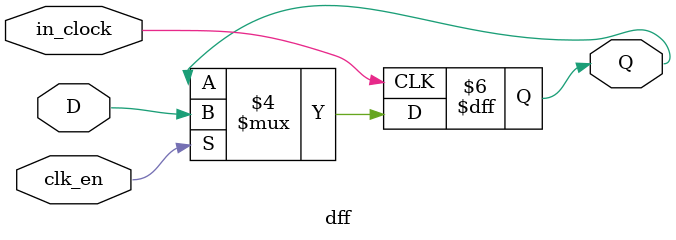
<source format=v>
`timescale 1ns / 1ps
module debouncer(
    input wire in_button, // board's button
    input wire in_clock, // 100MHz board clock
    output wire out_button_debounced // clean output
    );
    
    wire clk_en;
    wire [2:0] buffer;
    wire buffer_neg;
    
    clock_enable m_clk_en(in_clock,clk_en);
    
    dff m_dff_0(in_clock, clk_en, in_button, buffer[0]);
    dff m_dff_1(in_clock, clk_en, buffer[0], buffer[1]);
    dff m_dff_2(in_clock, clk_en, buffer[1], buffer[2]);
    
    assign buffer_neg = ~buffer[2];
    assign out_button_debounced = buffer[1] & buffer_neg; // only is high on first clk_en tick when buffer[2] is low but buffer[1] is high
endmodule

module clock_enable(input in_clock, output clk_en); // used to create longer samples of button
    reg [26:0] counter = 0;
    always @(posedge in_clock) begin
        counter <= (counter>=249999) ? 0 : counter+1;
    end
    assign clk_en = (counter == 249999) ? 1'b1 : 1'b0;
endmodule

module dff(input in_clock, clk_en,D, output reg Q=0); // D flip flop to store value whenever slow clock ticks
    always @(posedge in_clock) begin
        if(clk_en==1) 
            Q <= D;
    end
endmodule 
</source>
